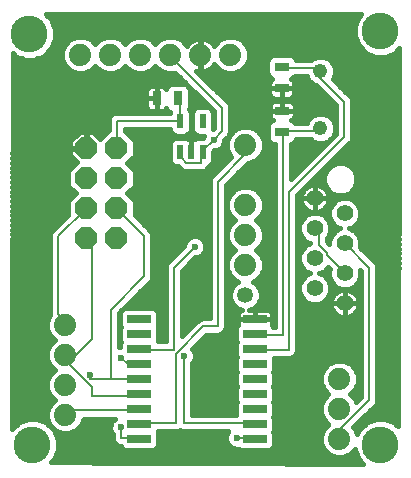
<source format=gtl>
G75*
%MOIN*%
%OFA0B0*%
%FSLAX24Y24*%
%IPPOS*%
%LPD*%
%AMOC8*
5,1,8,0,0,1.08239X$1,22.5*
%
%ADD10R,0.0472X0.0315*%
%ADD11C,0.0480*%
%ADD12R,0.0800X0.0260*%
%ADD13C,0.0740*%
%ADD14C,0.0531*%
%ADD15OC8,0.0740*%
%ADD16C,0.0560*%
%ADD17R,0.0217X0.0472*%
%ADD18R,0.0315X0.0472*%
%ADD19C,0.0059*%
%ADD20C,0.0236*%
%ADD21C,0.0160*%
%ADD22C,0.1227*%
D10*
X013410Y016236D03*
X013410Y016945D03*
X013400Y017686D03*
X013400Y018395D03*
D11*
X014690Y018250D03*
X014690Y016350D03*
D12*
X012510Y009990D03*
X012510Y009490D03*
X012510Y008990D03*
X012510Y008490D03*
X012510Y007990D03*
X012510Y007490D03*
X012510Y006990D03*
X012510Y006490D03*
X012510Y005990D03*
X008650Y005990D03*
X008650Y006490D03*
X008650Y006990D03*
X008650Y007490D03*
X008650Y007990D03*
X008650Y008490D03*
X008650Y008990D03*
X008650Y009490D03*
X008650Y009990D03*
D13*
X006190Y009800D03*
X006190Y008800D03*
X006190Y007800D03*
X006190Y006800D03*
X012190Y011800D03*
X012190Y012800D03*
X012190Y013800D03*
X012190Y015800D03*
X011690Y018800D03*
X010690Y018800D03*
X009690Y018800D03*
X008690Y018800D03*
X007690Y018800D03*
X006690Y018800D03*
X015320Y008000D03*
X015320Y007000D03*
X015320Y006000D03*
D14*
X012190Y010800D03*
D15*
X007890Y012690D03*
X007890Y013690D03*
X007890Y014690D03*
X007890Y015690D03*
X006890Y015690D03*
X006890Y014690D03*
X006890Y013690D03*
X006890Y012690D03*
D16*
X014500Y013020D03*
X014500Y014020D03*
X015500Y013520D03*
X015500Y012520D03*
X015500Y011520D03*
X015500Y010520D03*
X014500Y011020D03*
X014500Y012020D03*
D17*
X010764Y015569D03*
X010390Y015569D03*
X010015Y015569D03*
X010015Y016592D03*
X010764Y016592D03*
D18*
X009934Y017350D03*
X009225Y017350D03*
D19*
X009934Y017350D02*
X009940Y017310D01*
X010010Y017240D01*
X010010Y016610D01*
X010015Y016592D01*
X010010Y016610D02*
X007910Y016610D01*
X007910Y015700D01*
X007890Y015690D01*
X007890Y013690D02*
X008820Y012760D01*
X008820Y011430D01*
X007700Y010310D01*
X007700Y008000D01*
X008610Y008000D01*
X008650Y007990D01*
X008650Y008490D02*
X008260Y008490D01*
X008050Y008700D01*
X008650Y008990D02*
X008680Y008980D01*
X009800Y008980D01*
X009800Y011710D01*
X010500Y012410D01*
X011270Y014580D02*
X012180Y015490D01*
X012180Y015770D01*
X012190Y015800D01*
X011410Y016260D02*
X011410Y017030D01*
X009730Y018710D01*
X009730Y018780D01*
X009690Y018800D01*
X011410Y016260D02*
X011130Y015980D01*
X010780Y015630D01*
X010764Y015569D01*
X010710Y015560D01*
X010710Y015210D01*
X010220Y015210D01*
X010080Y015350D01*
X010080Y015560D01*
X010015Y015569D01*
X011270Y014580D02*
X011270Y009750D01*
X010780Y009750D01*
X009870Y008840D01*
X009870Y006530D01*
X008680Y006530D01*
X008650Y006490D01*
X008610Y006040D02*
X008650Y005990D01*
X008610Y006040D02*
X008050Y006040D01*
X008050Y006390D01*
X008610Y006950D02*
X008650Y006990D01*
X008610Y006950D02*
X006230Y006950D01*
X006230Y006810D01*
X006190Y006800D01*
X007070Y007440D02*
X007070Y007720D01*
X006300Y008490D01*
X006190Y008800D01*
X006230Y008770D01*
X006230Y008560D01*
X006300Y008490D01*
X006300Y008560D01*
X007070Y009330D01*
X007070Y012550D01*
X006930Y012690D01*
X006890Y012690D01*
X005950Y012760D02*
X006860Y013670D01*
X006890Y013690D01*
X005950Y012760D02*
X005950Y010170D01*
X006160Y009960D01*
X006160Y009820D01*
X006190Y009800D01*
X007000Y008140D02*
X007000Y008000D01*
X007700Y008000D01*
X007070Y007440D02*
X008610Y007440D01*
X008650Y007490D01*
X010150Y006530D02*
X010150Y008770D01*
X010150Y006530D02*
X012460Y006530D01*
X012510Y006490D01*
X012460Y006040D02*
X012510Y005990D01*
X012460Y006040D02*
X011900Y006040D01*
X012530Y008980D02*
X012510Y008990D01*
X012530Y008980D02*
X013650Y008980D01*
X013650Y014230D01*
X015470Y016050D01*
X015470Y017240D01*
X014630Y018080D01*
X014630Y018220D01*
X014690Y018250D01*
X014630Y018290D01*
X014630Y018360D01*
X013440Y018360D01*
X013400Y018395D01*
X013440Y016260D02*
X013410Y016236D01*
X013440Y016190D01*
X013440Y009470D01*
X012530Y009470D01*
X012510Y009490D01*
X014910Y012130D02*
X014910Y012200D01*
X014630Y012480D01*
X014630Y012900D01*
X014560Y012970D01*
X014500Y013020D01*
X014910Y012130D02*
X015470Y011570D01*
X015500Y011520D01*
X016310Y011710D02*
X015500Y012520D01*
X016310Y011710D02*
X016310Y007300D01*
X015330Y006320D01*
X015330Y006040D01*
X015320Y006000D01*
X015320Y007000D02*
X015330Y007020D01*
X014630Y016260D02*
X013440Y016260D01*
X014630Y016260D02*
X014630Y016330D01*
X014690Y016350D01*
D20*
X011130Y015980D03*
X010500Y012410D03*
X010150Y008770D03*
X008050Y008700D03*
X007000Y008140D03*
X008050Y006390D03*
X011900Y006040D03*
D21*
X011948Y005682D02*
X011974Y005657D01*
X012062Y005620D01*
X012957Y005620D01*
X013045Y005657D01*
X013113Y005725D01*
X013149Y005813D01*
X013149Y006168D01*
X013120Y006240D01*
X013149Y006313D01*
X013149Y006668D01*
X013120Y006740D01*
X013149Y006813D01*
X013149Y007168D01*
X013120Y007240D01*
X013149Y007313D01*
X013149Y007668D01*
X013120Y007740D01*
X013149Y007813D01*
X013149Y008168D01*
X013120Y008240D01*
X013149Y008313D01*
X013149Y008668D01*
X013132Y008711D01*
X013703Y008711D01*
X013802Y008752D01*
X013878Y008828D01*
X013919Y008927D01*
X013919Y014119D01*
X015622Y015822D01*
X015698Y015898D01*
X015739Y015997D01*
X015739Y017294D01*
X015698Y017393D01*
X015101Y017990D01*
X015169Y018155D01*
X015169Y018346D01*
X015096Y018522D01*
X014961Y018657D01*
X014785Y018730D01*
X014594Y018730D01*
X014418Y018657D01*
X014390Y018630D01*
X013863Y018630D01*
X013839Y018688D01*
X013772Y018756D01*
X013683Y018792D01*
X013116Y018792D01*
X013027Y018756D01*
X012960Y018688D01*
X012923Y018600D01*
X012923Y018190D01*
X012960Y018101D01*
X013027Y018034D01*
X013089Y018008D01*
X013053Y017988D01*
X013019Y017954D01*
X012996Y017913D01*
X012983Y017867D01*
X012983Y017686D01*
X012983Y017505D01*
X012996Y017459D01*
X013019Y017418D01*
X013053Y017385D01*
X013094Y017361D01*
X013140Y017349D01*
X013399Y017349D01*
X013399Y017686D01*
X012983Y017686D01*
X013399Y017686D01*
X013399Y017686D01*
X013400Y017686D01*
X013400Y017686D01*
X013816Y017686D01*
X013816Y017505D01*
X013803Y017459D01*
X013780Y017418D01*
X013746Y017385D01*
X013705Y017361D01*
X013659Y017349D01*
X013400Y017349D01*
X013400Y017686D01*
X013816Y017686D01*
X013816Y017867D01*
X013803Y017913D01*
X013780Y017954D01*
X013746Y017988D01*
X013710Y018008D01*
X013772Y018034D01*
X013829Y018091D01*
X014236Y018091D01*
X014283Y017979D01*
X014418Y017844D01*
X014533Y017796D01*
X015200Y017129D01*
X015200Y016162D01*
X013709Y014671D01*
X013709Y015845D01*
X013782Y015875D01*
X013849Y015943D01*
X013869Y015991D01*
X014370Y015991D01*
X014418Y015944D01*
X014594Y015870D01*
X014785Y015870D01*
X014961Y015944D01*
X015096Y016079D01*
X015169Y016255D01*
X015169Y016446D01*
X015096Y016622D01*
X014961Y016757D01*
X014785Y016830D01*
X014594Y016830D01*
X014418Y016757D01*
X014283Y016622D01*
X014244Y016530D01*
X013849Y016530D01*
X013782Y016597D01*
X013720Y016623D01*
X013756Y016643D01*
X013790Y016677D01*
X013813Y016718D01*
X013826Y016764D01*
X013826Y016945D01*
X013826Y017126D01*
X013813Y017172D01*
X013790Y017213D01*
X013756Y017246D01*
X013715Y017270D01*
X013669Y017282D01*
X013410Y017282D01*
X013410Y016945D01*
X013826Y016945D01*
X013410Y016945D01*
X013410Y016945D01*
X013409Y016945D01*
X013409Y016945D01*
X012993Y016945D01*
X012993Y017126D01*
X013006Y017172D01*
X013029Y017213D01*
X013063Y017246D01*
X013104Y017270D01*
X013150Y017282D01*
X013409Y017282D01*
X013409Y016945D01*
X012993Y016945D01*
X012993Y016764D01*
X013006Y016718D01*
X013029Y016677D01*
X013063Y016643D01*
X013099Y016623D01*
X013037Y016597D01*
X012970Y016530D01*
X012933Y016441D01*
X012933Y016031D01*
X012970Y015943D01*
X013037Y015875D01*
X013126Y015839D01*
X013170Y015839D01*
X013170Y009740D01*
X013120Y009740D01*
X013113Y009756D01*
X013077Y009792D01*
X013089Y009837D01*
X013089Y009990D01*
X012510Y009990D01*
X012510Y009991D01*
X012509Y009991D01*
X012509Y010300D01*
X012304Y010300D01*
X012476Y010372D01*
X012618Y010514D01*
X012695Y010700D01*
X012695Y010901D01*
X012618Y011087D01*
X012476Y011229D01*
X012440Y011244D01*
X012535Y011283D01*
X012707Y011455D01*
X012799Y011679D01*
X012799Y011922D01*
X012707Y012146D01*
X012552Y012300D01*
X012707Y012455D01*
X012799Y012679D01*
X012799Y012922D01*
X012707Y013146D01*
X012552Y013300D01*
X012707Y013455D01*
X012799Y013679D01*
X012799Y013922D01*
X012707Y014146D01*
X012535Y014318D01*
X012311Y014410D01*
X012068Y014410D01*
X011844Y014318D01*
X011672Y014146D01*
X011580Y013922D01*
X011580Y013679D01*
X011672Y013455D01*
X011827Y013300D01*
X011672Y013146D01*
X011580Y012922D01*
X011580Y012679D01*
X011672Y012455D01*
X011827Y012300D01*
X011672Y012146D01*
X011580Y011922D01*
X011580Y011679D01*
X011672Y011455D01*
X011844Y011283D01*
X011939Y011244D01*
X011903Y011229D01*
X011761Y011087D01*
X011684Y010901D01*
X011684Y010700D01*
X011761Y010514D01*
X011903Y010372D01*
X012079Y010299D01*
X012040Y010288D01*
X011999Y010265D01*
X011965Y010231D01*
X011942Y010190D01*
X011930Y010144D01*
X011930Y009991D01*
X012509Y009991D01*
X012509Y009990D01*
X011930Y009990D01*
X011930Y009837D01*
X011942Y009792D01*
X011906Y009756D01*
X011870Y009668D01*
X011870Y009313D01*
X011899Y009240D01*
X011870Y009168D01*
X011870Y008813D01*
X011899Y008740D01*
X011870Y008668D01*
X011870Y008313D01*
X011899Y008240D01*
X011870Y008168D01*
X011870Y007813D01*
X011899Y007740D01*
X011870Y007668D01*
X011870Y007313D01*
X011899Y007240D01*
X011870Y007168D01*
X011870Y006813D01*
X011875Y006800D01*
X010419Y006800D01*
X010419Y008534D01*
X010453Y008568D01*
X010508Y008699D01*
X010508Y008842D01*
X010453Y008973D01*
X010418Y009008D01*
X010891Y009481D01*
X011323Y009481D01*
X011422Y009522D01*
X011498Y009598D01*
X011539Y009697D01*
X011539Y014469D01*
X012261Y015190D01*
X012311Y015190D01*
X012535Y015283D01*
X012707Y015455D01*
X012799Y015679D01*
X012799Y015922D01*
X012707Y016146D01*
X012535Y016318D01*
X012311Y016410D01*
X012068Y016410D01*
X011844Y016318D01*
X011672Y016146D01*
X011580Y015922D01*
X011580Y015679D01*
X011672Y015455D01*
X011718Y015410D01*
X011041Y014733D01*
X011000Y014634D01*
X011000Y010020D01*
X010726Y010020D01*
X010627Y009979D01*
X010551Y009903D01*
X010069Y009421D01*
X010069Y011599D01*
X010523Y012052D01*
X010571Y012052D01*
X010702Y012107D01*
X010803Y012208D01*
X010858Y012339D01*
X010858Y012482D01*
X010803Y012613D01*
X010702Y012714D01*
X010571Y012769D01*
X010428Y012769D01*
X010297Y012714D01*
X010196Y012613D01*
X010141Y012482D01*
X010141Y012434D01*
X009571Y011863D01*
X009530Y011764D01*
X009530Y009250D01*
X009264Y009250D01*
X009289Y009313D01*
X009289Y009668D01*
X009260Y009740D01*
X009289Y009813D01*
X009289Y010168D01*
X009253Y010256D01*
X009185Y010324D01*
X009097Y010360D01*
X008202Y010360D01*
X008114Y010324D01*
X008046Y010256D01*
X008010Y010168D01*
X008010Y009813D01*
X008039Y009740D01*
X008010Y009668D01*
X008010Y009313D01*
X008039Y009240D01*
X008010Y009168D01*
X008010Y009059D01*
X007978Y009059D01*
X007969Y009055D01*
X007969Y010199D01*
X009048Y011278D01*
X009089Y011377D01*
X009089Y012814D01*
X009048Y012913D01*
X008972Y012989D01*
X008499Y013462D01*
X008499Y013943D01*
X008252Y014190D01*
X008499Y014438D01*
X008499Y014943D01*
X008252Y015190D01*
X008499Y015438D01*
X008499Y015943D01*
X008179Y016264D01*
X008179Y016341D01*
X009667Y016341D01*
X009667Y016308D01*
X009704Y016220D01*
X009771Y016153D01*
X009859Y016116D01*
X010171Y016116D01*
X010260Y016153D01*
X010327Y016220D01*
X010364Y016308D01*
X010364Y016876D01*
X010327Y016965D01*
X010300Y016992D01*
X010331Y017067D01*
X010331Y017634D01*
X010295Y017723D01*
X010227Y017790D01*
X010139Y017827D01*
X009729Y017827D01*
X009640Y017790D01*
X009573Y017723D01*
X009547Y017661D01*
X009527Y017697D01*
X009493Y017731D01*
X009452Y017754D01*
X009406Y017767D01*
X009225Y017767D01*
X009044Y017767D01*
X008998Y017754D01*
X008957Y017731D01*
X008924Y017697D01*
X008900Y017656D01*
X008888Y017610D01*
X008888Y017351D01*
X009225Y017351D01*
X009225Y017767D01*
X009225Y017351D01*
X009225Y017351D01*
X009225Y017350D01*
X009225Y017350D01*
X009225Y016934D01*
X009044Y016934D01*
X008998Y016947D01*
X008957Y016970D01*
X008924Y017004D01*
X008900Y017045D01*
X008888Y017091D01*
X008888Y017350D01*
X009225Y017350D01*
X009225Y016934D01*
X009406Y016934D01*
X009452Y016947D01*
X009493Y016970D01*
X009527Y017004D01*
X009547Y017040D01*
X009573Y016978D01*
X009640Y016911D01*
X009675Y016896D01*
X009669Y016880D01*
X007856Y016880D01*
X007757Y016839D01*
X007681Y016763D01*
X007640Y016664D01*
X007640Y016300D01*
X007637Y016300D01*
X007347Y016011D01*
X007117Y016240D01*
X006910Y016240D01*
X006910Y015711D01*
X006869Y015711D01*
X006869Y016240D01*
X006662Y016240D01*
X006340Y015918D01*
X006340Y015710D01*
X006869Y015710D01*
X006869Y015670D01*
X006339Y015670D01*
X006340Y015463D01*
X006569Y015233D01*
X006280Y014943D01*
X006280Y014438D01*
X006527Y014190D01*
X006280Y013943D01*
X006280Y013472D01*
X005797Y012989D01*
X005721Y012913D01*
X005680Y012814D01*
X005680Y010154D01*
X005672Y010146D01*
X005580Y009922D01*
X005580Y009679D01*
X005672Y009455D01*
X005827Y009300D01*
X005672Y009146D01*
X005580Y008922D01*
X005580Y008679D01*
X005672Y008455D01*
X005827Y008300D01*
X005672Y008146D01*
X005580Y007922D01*
X005580Y007679D01*
X005672Y007455D01*
X005827Y007300D01*
X005672Y007146D01*
X005580Y006922D01*
X005580Y006679D01*
X005672Y006455D01*
X005844Y006283D01*
X006068Y006190D01*
X006311Y006190D01*
X006535Y006283D01*
X006707Y006455D01*
X006799Y006679D01*
X006799Y006681D01*
X007834Y006681D01*
X007746Y006593D01*
X007691Y006462D01*
X007691Y006319D01*
X007746Y006188D01*
X007780Y006154D01*
X007780Y005987D01*
X007821Y005888D01*
X007897Y005812D01*
X007996Y005771D01*
X008027Y005771D01*
X008046Y005725D01*
X008114Y005657D01*
X008202Y005620D01*
X009097Y005620D01*
X009185Y005657D01*
X009253Y005725D01*
X009289Y005813D01*
X009289Y006168D01*
X009260Y006240D01*
X009268Y006261D01*
X009923Y006261D01*
X010010Y006297D01*
X010096Y006261D01*
X011614Y006261D01*
X011596Y006243D01*
X011541Y006112D01*
X011541Y005969D01*
X011596Y005838D01*
X011697Y005737D01*
X011828Y005682D01*
X011948Y005682D01*
X011811Y005690D02*
X009218Y005690D01*
X009289Y005848D02*
X011592Y005848D01*
X011541Y006007D02*
X009289Y006007D01*
X009289Y006165D02*
X011563Y006165D01*
X011870Y006958D02*
X010419Y006958D01*
X010419Y007116D02*
X011870Y007116D01*
X011885Y007275D02*
X010419Y007275D01*
X010419Y007433D02*
X011870Y007433D01*
X011870Y007592D02*
X010419Y007592D01*
X010419Y007750D02*
X011895Y007750D01*
X011870Y007909D02*
X010419Y007909D01*
X010419Y008067D02*
X011870Y008067D01*
X011893Y008226D02*
X010419Y008226D01*
X010419Y008384D02*
X011870Y008384D01*
X011870Y008543D02*
X010428Y008543D01*
X010508Y008701D02*
X011883Y008701D01*
X011870Y008860D02*
X010500Y008860D01*
X010428Y009018D02*
X011870Y009018D01*
X011873Y009177D02*
X010587Y009177D01*
X010745Y009335D02*
X011870Y009335D01*
X011870Y009494D02*
X011353Y009494D01*
X011520Y009652D02*
X011870Y009652D01*
X011937Y009811D02*
X011539Y009811D01*
X011539Y009969D02*
X011930Y009969D01*
X011930Y010128D02*
X011539Y010128D01*
X011539Y010286D02*
X012036Y010286D01*
X011830Y010445D02*
X011539Y010445D01*
X011539Y010603D02*
X011724Y010603D01*
X011684Y010762D02*
X011539Y010762D01*
X011539Y010920D02*
X011692Y010920D01*
X011757Y011079D02*
X011539Y011079D01*
X011539Y011237D02*
X011922Y011237D01*
X011732Y011396D02*
X011539Y011396D01*
X011539Y011554D02*
X011631Y011554D01*
X011580Y011713D02*
X011539Y011713D01*
X011539Y011871D02*
X011580Y011871D01*
X011539Y012030D02*
X011624Y012030D01*
X011539Y012188D02*
X011714Y012188D01*
X011781Y012347D02*
X011539Y012347D01*
X011539Y012505D02*
X011652Y012505D01*
X011586Y012664D02*
X011539Y012664D01*
X011539Y012822D02*
X011580Y012822D01*
X011604Y012981D02*
X011539Y012981D01*
X011539Y013139D02*
X011669Y013139D01*
X011539Y013298D02*
X011824Y013298D01*
X011672Y013456D02*
X011539Y013456D01*
X011539Y013615D02*
X011606Y013615D01*
X011580Y013773D02*
X011539Y013773D01*
X011539Y013932D02*
X011584Y013932D01*
X011539Y014090D02*
X011649Y014090D01*
X011539Y014249D02*
X011775Y014249D01*
X011539Y014407D02*
X012060Y014407D01*
X012319Y014407D02*
X013170Y014407D01*
X013170Y014249D02*
X012604Y014249D01*
X012730Y014090D02*
X013170Y014090D01*
X013170Y013932D02*
X012795Y013932D01*
X012799Y013773D02*
X013170Y013773D01*
X013170Y013615D02*
X012773Y013615D01*
X012707Y013456D02*
X013170Y013456D01*
X013170Y013298D02*
X012555Y013298D01*
X012710Y013139D02*
X013170Y013139D01*
X013170Y012981D02*
X012775Y012981D01*
X012799Y012822D02*
X013170Y012822D01*
X013170Y012664D02*
X012793Y012664D01*
X012727Y012505D02*
X013170Y012505D01*
X013170Y012347D02*
X012598Y012347D01*
X012665Y012188D02*
X013170Y012188D01*
X013170Y012030D02*
X012755Y012030D01*
X012799Y011871D02*
X013170Y011871D01*
X013170Y011713D02*
X012799Y011713D01*
X012748Y011554D02*
X013170Y011554D01*
X013170Y011396D02*
X012647Y011396D01*
X012457Y011237D02*
X013170Y011237D01*
X013170Y011079D02*
X012622Y011079D01*
X012687Y010920D02*
X013170Y010920D01*
X013170Y010762D02*
X012695Y010762D01*
X012655Y010603D02*
X013170Y010603D01*
X013170Y010445D02*
X012549Y010445D01*
X012510Y010300D02*
X012510Y009991D01*
X013089Y009991D01*
X013089Y010144D01*
X013077Y010190D01*
X013054Y010231D01*
X013020Y010265D01*
X012979Y010288D01*
X012933Y010300D01*
X012510Y010300D01*
X012509Y010286D02*
X012510Y010286D01*
X012509Y010128D02*
X012510Y010128D01*
X012983Y010286D02*
X013170Y010286D01*
X013170Y010128D02*
X013089Y010128D01*
X013089Y009969D02*
X013170Y009969D01*
X013170Y009811D02*
X013082Y009811D01*
X013919Y009811D02*
X016040Y009811D01*
X016040Y009969D02*
X013919Y009969D01*
X013919Y010128D02*
X015258Y010128D01*
X015258Y010127D02*
X015323Y010094D01*
X015392Y010072D01*
X015463Y010060D01*
X015499Y010060D01*
X015499Y010520D01*
X015040Y010520D01*
X015040Y010484D01*
X015051Y010413D01*
X015073Y010344D01*
X015106Y010279D01*
X015149Y010221D01*
X015200Y010170D01*
X015258Y010127D01*
X015103Y010286D02*
X013919Y010286D01*
X013919Y010445D02*
X015046Y010445D01*
X015039Y010521D02*
X015499Y010521D01*
X015499Y010980D01*
X015463Y010980D01*
X015392Y010969D01*
X015323Y010947D01*
X015258Y010914D01*
X015200Y010871D01*
X015149Y010820D01*
X015106Y010762D01*
X015073Y010697D01*
X015051Y010628D01*
X015040Y010557D01*
X015039Y010521D01*
X015047Y010603D02*
X014817Y010603D01*
X014794Y010580D02*
X014940Y010726D01*
X015019Y010917D01*
X015019Y011124D01*
X014940Y011315D01*
X014794Y011461D01*
X014651Y011520D01*
X014794Y011580D01*
X014937Y011722D01*
X014996Y011663D01*
X014980Y011624D01*
X014980Y011417D01*
X015059Y011226D01*
X015205Y011080D01*
X015396Y011000D01*
X015603Y011000D01*
X015794Y011080D01*
X015940Y011226D01*
X016019Y011417D01*
X016019Y011619D01*
X016040Y011599D01*
X016040Y007412D01*
X015877Y007249D01*
X015837Y007346D01*
X015682Y007500D01*
X015837Y007655D01*
X015929Y007879D01*
X015929Y008122D01*
X015837Y008346D01*
X015665Y008518D01*
X015441Y008610D01*
X015198Y008610D01*
X014974Y008518D01*
X014802Y008346D01*
X014710Y008122D01*
X014710Y007879D01*
X014802Y007655D01*
X014957Y007500D01*
X014802Y007346D01*
X014710Y007122D01*
X014710Y006879D01*
X014802Y006655D01*
X014957Y006500D01*
X014802Y006346D01*
X014710Y006122D01*
X014710Y005879D01*
X014802Y005655D01*
X014974Y005483D01*
X015198Y005390D01*
X015441Y005390D01*
X015665Y005483D01*
X015836Y005654D01*
X015836Y005631D01*
X015966Y005317D01*
X016124Y005159D01*
X005718Y005222D01*
X005813Y005317D01*
X005943Y005631D01*
X005943Y005970D01*
X005813Y006284D01*
X005573Y006524D01*
X005259Y006654D01*
X004920Y006654D01*
X004606Y006524D01*
X004415Y006333D01*
X004428Y018855D01*
X004506Y018777D01*
X004820Y018647D01*
X005159Y018647D01*
X005473Y018777D01*
X005713Y019017D01*
X005843Y019331D01*
X005843Y019670D01*
X005713Y019984D01*
X005533Y020164D01*
X016040Y020158D01*
X015966Y020084D01*
X015836Y019770D01*
X015836Y019431D01*
X015966Y019117D01*
X016206Y018877D01*
X016520Y018747D01*
X016859Y018747D01*
X017173Y018877D01*
X017315Y019019D01*
X017274Y006422D01*
X017173Y006524D01*
X016859Y006654D01*
X016520Y006654D01*
X016206Y006524D01*
X015966Y006284D01*
X015914Y006159D01*
X015837Y006346D01*
X015786Y006396D01*
X016538Y007148D01*
X016579Y007247D01*
X016579Y011764D01*
X016538Y011863D01*
X016462Y011939D01*
X016009Y012392D01*
X016019Y012417D01*
X016019Y012624D01*
X015940Y012815D01*
X015794Y012961D01*
X015651Y013020D01*
X015794Y013080D01*
X015940Y013226D01*
X016019Y013417D01*
X016019Y013624D01*
X015940Y013815D01*
X015794Y013961D01*
X015603Y014040D01*
X015396Y014040D01*
X015205Y013961D01*
X015059Y013815D01*
X014980Y013624D01*
X014980Y013417D01*
X015059Y013226D01*
X015205Y013080D01*
X015348Y013020D01*
X015205Y012961D01*
X015059Y012815D01*
X014980Y012624D01*
X014980Y012512D01*
X014899Y012592D01*
X014899Y012685D01*
X014940Y012726D01*
X015019Y012917D01*
X015019Y013124D01*
X014940Y013315D01*
X014794Y013461D01*
X014603Y013540D01*
X014396Y013540D01*
X014205Y013461D01*
X014059Y013315D01*
X013980Y013124D01*
X013980Y012917D01*
X014059Y012726D01*
X014205Y012580D01*
X014348Y012520D01*
X014205Y012461D01*
X014059Y012315D01*
X013980Y012124D01*
X013980Y011917D01*
X014059Y011726D01*
X014205Y011580D01*
X014348Y011520D01*
X014205Y011461D01*
X014059Y011315D01*
X013980Y011124D01*
X013980Y010917D01*
X014059Y010726D01*
X014205Y010580D01*
X014396Y010500D01*
X014603Y010500D01*
X014794Y010580D01*
X014955Y010762D02*
X015106Y010762D01*
X015019Y010920D02*
X015270Y010920D01*
X015208Y011079D02*
X015019Y011079D01*
X015054Y011237D02*
X014973Y011237D01*
X014988Y011396D02*
X014860Y011396D01*
X014980Y011554D02*
X014732Y011554D01*
X014927Y011713D02*
X014946Y011713D01*
X015500Y010980D02*
X015500Y010521D01*
X015499Y010521D01*
X015499Y010520D01*
X015500Y010520D01*
X015500Y010521D01*
X015959Y010521D01*
X015959Y010557D01*
X015948Y010628D01*
X015926Y010697D01*
X015893Y010762D01*
X015850Y010820D01*
X015799Y010871D01*
X015741Y010914D01*
X015676Y010947D01*
X015607Y010969D01*
X015536Y010980D01*
X015500Y010980D01*
X015499Y010920D02*
X015500Y010920D01*
X015499Y010762D02*
X015500Y010762D01*
X015499Y010603D02*
X015500Y010603D01*
X015500Y010520D02*
X015959Y010520D01*
X015959Y010484D01*
X015948Y010413D01*
X015926Y010344D01*
X015893Y010279D01*
X015850Y010221D01*
X015799Y010170D01*
X015741Y010127D01*
X015676Y010094D01*
X015607Y010072D01*
X015536Y010060D01*
X015500Y010060D01*
X015500Y010520D01*
X015499Y010445D02*
X015500Y010445D01*
X015499Y010286D02*
X015500Y010286D01*
X015499Y010128D02*
X015500Y010128D01*
X015741Y010128D02*
X016040Y010128D01*
X016040Y010286D02*
X015896Y010286D01*
X015953Y010445D02*
X016040Y010445D01*
X016040Y010603D02*
X015952Y010603D01*
X015893Y010762D02*
X016040Y010762D01*
X016040Y010920D02*
X015729Y010920D01*
X015791Y011079D02*
X016040Y011079D01*
X016040Y011237D02*
X015945Y011237D01*
X016011Y011396D02*
X016040Y011396D01*
X016040Y011554D02*
X016019Y011554D01*
X016372Y012030D02*
X017293Y012030D01*
X017293Y012188D02*
X016213Y012188D01*
X016055Y012347D02*
X017294Y012347D01*
X017294Y012505D02*
X016019Y012505D01*
X016003Y012664D02*
X017295Y012664D01*
X017295Y012822D02*
X015933Y012822D01*
X015748Y012981D02*
X017296Y012981D01*
X017296Y013139D02*
X015853Y013139D01*
X015970Y013298D02*
X017297Y013298D01*
X017297Y013456D02*
X016019Y013456D01*
X016019Y013615D02*
X017298Y013615D01*
X017298Y013773D02*
X015958Y013773D01*
X015824Y013932D02*
X017299Y013932D01*
X017299Y014090D02*
X014954Y014090D01*
X014959Y014057D02*
X014948Y014128D01*
X014926Y014197D01*
X014893Y014262D01*
X014850Y014320D01*
X014799Y014371D01*
X014741Y014414D01*
X014676Y014447D01*
X014607Y014469D01*
X014536Y014480D01*
X014500Y014480D01*
X014500Y014021D01*
X014499Y014021D01*
X014499Y014480D01*
X014463Y014480D01*
X014392Y014469D01*
X014323Y014447D01*
X014258Y014414D01*
X014200Y014371D01*
X014149Y014320D01*
X014106Y014262D01*
X014073Y014197D01*
X014051Y014128D01*
X014040Y014057D01*
X014039Y014021D01*
X014499Y014021D01*
X014499Y014020D01*
X014040Y014020D01*
X014040Y013984D01*
X014051Y013913D01*
X014073Y013844D01*
X014106Y013779D01*
X014149Y013721D01*
X014200Y013670D01*
X014258Y013627D01*
X014323Y013594D01*
X014392Y013572D01*
X014463Y013560D01*
X014499Y013560D01*
X014499Y014020D01*
X014500Y014020D01*
X014500Y014021D01*
X014959Y014021D01*
X014959Y014057D01*
X014959Y014020D02*
X014500Y014020D01*
X014500Y013560D01*
X014536Y013560D01*
X014607Y013572D01*
X014676Y013594D01*
X014741Y013627D01*
X014799Y013670D01*
X014850Y013721D01*
X014893Y013779D01*
X014926Y013844D01*
X014948Y013913D01*
X014959Y013984D01*
X014959Y014020D01*
X014951Y013932D02*
X015175Y013932D01*
X015249Y014123D02*
X015053Y014205D01*
X014902Y014355D01*
X014821Y014552D01*
X014821Y014765D01*
X014902Y014962D01*
X015053Y015112D01*
X015249Y015194D01*
X015462Y015194D01*
X015659Y015112D01*
X015810Y014962D01*
X015891Y014765D01*
X015891Y014552D01*
X015810Y014355D01*
X015659Y014205D01*
X015462Y014123D01*
X015249Y014123D01*
X015009Y014249D02*
X014900Y014249D01*
X014881Y014407D02*
X014750Y014407D01*
X014821Y014566D02*
X014366Y014566D01*
X014249Y014407D02*
X014207Y014407D01*
X014099Y014249D02*
X014049Y014249D01*
X014045Y014090D02*
X013919Y014090D01*
X013919Y013932D02*
X014048Y013932D01*
X014111Y013773D02*
X013919Y013773D01*
X013919Y013615D02*
X014283Y013615D01*
X014200Y013456D02*
X013919Y013456D01*
X013919Y013298D02*
X014051Y013298D01*
X013986Y013139D02*
X013919Y013139D01*
X013919Y012981D02*
X013980Y012981D01*
X014019Y012822D02*
X013919Y012822D01*
X013919Y012664D02*
X014121Y012664D01*
X014310Y012505D02*
X013919Y012505D01*
X013919Y012347D02*
X014090Y012347D01*
X014006Y012188D02*
X013919Y012188D01*
X013919Y012030D02*
X013980Y012030D01*
X013999Y011871D02*
X013919Y011871D01*
X013919Y011713D02*
X014072Y011713D01*
X013919Y011554D02*
X014267Y011554D01*
X014139Y011396D02*
X013919Y011396D01*
X013919Y011237D02*
X014026Y011237D01*
X013980Y011079D02*
X013919Y011079D01*
X013919Y010920D02*
X013980Y010920D01*
X013919Y010762D02*
X014044Y010762D01*
X013919Y010603D02*
X014182Y010603D01*
X013919Y009652D02*
X016040Y009652D01*
X016040Y009494D02*
X013919Y009494D01*
X013919Y009335D02*
X016040Y009335D01*
X016040Y009177D02*
X013919Y009177D01*
X013919Y009018D02*
X016040Y009018D01*
X016040Y008860D02*
X013891Y008860D01*
X013136Y008701D02*
X016040Y008701D01*
X016040Y008543D02*
X015605Y008543D01*
X015799Y008384D02*
X016040Y008384D01*
X016040Y008226D02*
X015887Y008226D01*
X015929Y008067D02*
X016040Y008067D01*
X016040Y007909D02*
X015929Y007909D01*
X015876Y007750D02*
X016040Y007750D01*
X016040Y007592D02*
X015773Y007592D01*
X015750Y007433D02*
X016040Y007433D01*
X015902Y007275D02*
X015866Y007275D01*
X016189Y006799D02*
X017276Y006799D01*
X017275Y006641D02*
X016892Y006641D01*
X017215Y006482D02*
X017275Y006482D01*
X017276Y006958D02*
X016348Y006958D01*
X016506Y007116D02*
X017277Y007116D01*
X017277Y007275D02*
X016579Y007275D01*
X016579Y007433D02*
X017278Y007433D01*
X017278Y007592D02*
X016579Y007592D01*
X016579Y007750D02*
X017279Y007750D01*
X017279Y007909D02*
X016579Y007909D01*
X016579Y008067D02*
X017280Y008067D01*
X017280Y008226D02*
X016579Y008226D01*
X016579Y008384D02*
X017281Y008384D01*
X017281Y008543D02*
X016579Y008543D01*
X016579Y008701D02*
X017282Y008701D01*
X017282Y008860D02*
X016579Y008860D01*
X016579Y009018D02*
X017283Y009018D01*
X017283Y009177D02*
X016579Y009177D01*
X016579Y009335D02*
X017284Y009335D01*
X017284Y009494D02*
X016579Y009494D01*
X016579Y009652D02*
X017285Y009652D01*
X017285Y009811D02*
X016579Y009811D01*
X016579Y009969D02*
X017286Y009969D01*
X017286Y010128D02*
X016579Y010128D01*
X016579Y010286D02*
X017287Y010286D01*
X017287Y010445D02*
X016579Y010445D01*
X016579Y010603D02*
X017288Y010603D01*
X017288Y010762D02*
X016579Y010762D01*
X016579Y010920D02*
X017289Y010920D01*
X017289Y011079D02*
X016579Y011079D01*
X016579Y011237D02*
X017290Y011237D01*
X017291Y011396D02*
X016579Y011396D01*
X016579Y011554D02*
X017291Y011554D01*
X017292Y011713D02*
X016579Y011713D01*
X016530Y011871D02*
X017292Y011871D01*
X015251Y012981D02*
X015019Y012981D01*
X015013Y013139D02*
X015146Y013139D01*
X015029Y013298D02*
X014948Y013298D01*
X014980Y013456D02*
X014799Y013456D01*
X014716Y013615D02*
X014980Y013615D01*
X015041Y013773D02*
X014888Y013773D01*
X014500Y013773D02*
X014499Y013773D01*
X014499Y013615D02*
X014500Y013615D01*
X014499Y013932D02*
X014500Y013932D01*
X014499Y014090D02*
X014500Y014090D01*
X014499Y014249D02*
X014500Y014249D01*
X014499Y014407D02*
X014500Y014407D01*
X014524Y014724D02*
X014821Y014724D01*
X014869Y014883D02*
X014683Y014883D01*
X014841Y015041D02*
X014982Y015041D01*
X015000Y015200D02*
X017303Y015200D01*
X017303Y015358D02*
X015158Y015358D01*
X015317Y015517D02*
X017304Y015517D01*
X017304Y015675D02*
X015475Y015675D01*
X015634Y015834D02*
X017305Y015834D01*
X017305Y015992D02*
X015737Y015992D01*
X015739Y016151D02*
X017306Y016151D01*
X017306Y016309D02*
X015739Y016309D01*
X015739Y016468D02*
X017307Y016468D01*
X017307Y016626D02*
X015739Y016626D01*
X015739Y016785D02*
X017308Y016785D01*
X017308Y016943D02*
X015739Y016943D01*
X015739Y017102D02*
X017309Y017102D01*
X017309Y017260D02*
X015739Y017260D01*
X015673Y017419D02*
X017310Y017419D01*
X017310Y017577D02*
X015514Y017577D01*
X015356Y017736D02*
X017311Y017736D01*
X017311Y017894D02*
X015197Y017894D01*
X015127Y018053D02*
X017312Y018053D01*
X017313Y018211D02*
X015169Y018211D01*
X015160Y018370D02*
X017313Y018370D01*
X017314Y018528D02*
X015091Y018528D01*
X014891Y018687D02*
X017314Y018687D01*
X017315Y018845D02*
X017096Y018845D01*
X017299Y019004D02*
X017315Y019004D01*
X016283Y018845D02*
X012299Y018845D01*
X012299Y018922D02*
X012299Y018679D01*
X012207Y018455D01*
X012035Y018283D01*
X011811Y018190D01*
X011568Y018190D01*
X011344Y018283D01*
X011172Y018455D01*
X011153Y018502D01*
X011109Y018442D01*
X011048Y018381D01*
X010978Y018330D01*
X010901Y018291D01*
X010818Y018264D01*
X010733Y018250D01*
X010710Y018250D01*
X010710Y018780D01*
X010669Y018780D01*
X010669Y018250D01*
X010646Y018250D01*
X010561Y018264D01*
X010555Y018266D01*
X011638Y017183D01*
X011679Y017084D01*
X011679Y016207D01*
X011638Y016108D01*
X011488Y015957D01*
X011488Y015909D01*
X011433Y015778D01*
X011332Y015677D01*
X011201Y015622D01*
X011153Y015622D01*
X011112Y015582D01*
X011112Y015285D01*
X011075Y015196D01*
X011008Y015129D01*
X010959Y015109D01*
X010938Y015058D01*
X010862Y014982D01*
X010763Y014941D01*
X010166Y014941D01*
X010067Y014982D01*
X009991Y015058D01*
X009956Y015092D01*
X009859Y015092D01*
X009771Y015129D01*
X009704Y015196D01*
X009667Y015285D01*
X009667Y015853D01*
X009704Y015941D01*
X009771Y016008D01*
X009859Y016045D01*
X010171Y016045D01*
X010260Y016008D01*
X010283Y015985D01*
X010389Y015985D01*
X010389Y015569D01*
X010390Y015569D01*
X010390Y015985D01*
X010496Y015985D01*
X010519Y016008D01*
X010608Y016045D01*
X010771Y016045D01*
X010771Y016052D01*
X010798Y016116D01*
X010608Y016116D01*
X010519Y016153D01*
X010452Y016220D01*
X010415Y016308D01*
X010415Y016876D01*
X010452Y016965D01*
X010519Y017032D01*
X010608Y017069D01*
X010920Y017069D01*
X011008Y017032D01*
X011075Y016965D01*
X011112Y016876D01*
X011112Y016344D01*
X011140Y016372D01*
X011140Y016919D01*
X009851Y018207D01*
X009811Y018190D01*
X009568Y018190D01*
X009344Y018283D01*
X009190Y018438D01*
X009035Y018283D01*
X008811Y018190D01*
X008568Y018190D01*
X008344Y018283D01*
X008190Y018438D01*
X008035Y018283D01*
X007811Y018190D01*
X007568Y018190D01*
X007344Y018283D01*
X007190Y018438D01*
X007035Y018283D01*
X006811Y018190D01*
X006568Y018190D01*
X006344Y018283D01*
X006172Y018455D01*
X006080Y018679D01*
X006080Y018922D01*
X006172Y019146D01*
X006344Y019318D01*
X006568Y019410D01*
X006811Y019410D01*
X007035Y019318D01*
X007190Y019163D01*
X007344Y019318D01*
X007568Y019410D01*
X007811Y019410D01*
X008035Y019318D01*
X008190Y019163D01*
X008344Y019318D01*
X008568Y019410D01*
X008811Y019410D01*
X009035Y019318D01*
X009190Y019163D01*
X009344Y019318D01*
X009568Y019410D01*
X009811Y019410D01*
X010035Y019318D01*
X010207Y019146D01*
X010226Y019099D01*
X010270Y019159D01*
X010331Y019220D01*
X010401Y019271D01*
X010478Y019310D01*
X010561Y019337D01*
X010646Y019350D01*
X010669Y019350D01*
X010669Y018821D01*
X010710Y018821D01*
X010710Y019350D01*
X010733Y019350D01*
X010818Y019337D01*
X010901Y019310D01*
X010978Y019271D01*
X011048Y019220D01*
X011109Y019159D01*
X011153Y019099D01*
X011172Y019146D01*
X011344Y019318D01*
X011568Y019410D01*
X011811Y019410D01*
X012035Y019318D01*
X012207Y019146D01*
X012299Y018922D01*
X012266Y019004D02*
X016080Y019004D01*
X015947Y019162D02*
X012191Y019162D01*
X012028Y019321D02*
X015882Y019321D01*
X015836Y019479D02*
X005843Y019479D01*
X005839Y019321D02*
X006351Y019321D01*
X006188Y019162D02*
X005773Y019162D01*
X005699Y019004D02*
X006113Y019004D01*
X006080Y018845D02*
X005541Y018845D01*
X005254Y018687D02*
X006080Y018687D01*
X006142Y018528D02*
X004428Y018528D01*
X004427Y018370D02*
X006258Y018370D01*
X006519Y018211D02*
X004427Y018211D01*
X004427Y018053D02*
X010006Y018053D01*
X010165Y017894D02*
X004427Y017894D01*
X004427Y017736D02*
X008965Y017736D01*
X008888Y017577D02*
X004427Y017577D01*
X004426Y017419D02*
X008888Y017419D01*
X008888Y017260D02*
X004426Y017260D01*
X004426Y017102D02*
X008888Y017102D01*
X009011Y016943D02*
X004426Y016943D01*
X004426Y016785D02*
X007702Y016785D01*
X007640Y016626D02*
X004426Y016626D01*
X004425Y016468D02*
X007640Y016468D01*
X007640Y016309D02*
X004425Y016309D01*
X004425Y016151D02*
X006572Y016151D01*
X006413Y015992D02*
X004425Y015992D01*
X004425Y015834D02*
X006340Y015834D01*
X006339Y015517D02*
X004424Y015517D01*
X004425Y015675D02*
X006869Y015675D01*
X006869Y015834D02*
X006910Y015834D01*
X006910Y015992D02*
X006869Y015992D01*
X006869Y016151D02*
X006910Y016151D01*
X007207Y016151D02*
X007487Y016151D01*
X008179Y016309D02*
X009667Y016309D01*
X009776Y016151D02*
X008292Y016151D01*
X008451Y015992D02*
X009755Y015992D01*
X009667Y015834D02*
X008499Y015834D01*
X008499Y015675D02*
X009667Y015675D01*
X009667Y015517D02*
X008499Y015517D01*
X008420Y015358D02*
X009667Y015358D01*
X009702Y015200D02*
X008261Y015200D01*
X008402Y015041D02*
X010008Y015041D01*
X010389Y015675D02*
X010390Y015675D01*
X010389Y015834D02*
X010390Y015834D01*
X010276Y015992D02*
X010503Y015992D01*
X010524Y016151D02*
X010255Y016151D01*
X010364Y016309D02*
X010415Y016309D01*
X010415Y016468D02*
X010364Y016468D01*
X010364Y016626D02*
X010415Y016626D01*
X010415Y016785D02*
X010364Y016785D01*
X010336Y016943D02*
X010443Y016943D01*
X010331Y017102D02*
X010957Y017102D01*
X011084Y016943D02*
X011116Y016943D01*
X011112Y016785D02*
X011140Y016785D01*
X011140Y016626D02*
X011112Y016626D01*
X011112Y016468D02*
X011140Y016468D01*
X011522Y015992D02*
X011609Y015992D01*
X011580Y015834D02*
X011456Y015834D01*
X011581Y015675D02*
X011328Y015675D01*
X011112Y015517D02*
X011647Y015517D01*
X011666Y015358D02*
X011112Y015358D01*
X011077Y015200D02*
X011507Y015200D01*
X011349Y015041D02*
X010921Y015041D01*
X011190Y014883D02*
X008499Y014883D01*
X008499Y014724D02*
X011037Y014724D01*
X011000Y014566D02*
X008499Y014566D01*
X008469Y014407D02*
X011000Y014407D01*
X011000Y014249D02*
X008310Y014249D01*
X008353Y014090D02*
X011000Y014090D01*
X011000Y013932D02*
X008499Y013932D01*
X008499Y013773D02*
X011000Y013773D01*
X011000Y013615D02*
X008499Y013615D01*
X008505Y013456D02*
X011000Y013456D01*
X011000Y013298D02*
X008664Y013298D01*
X008822Y013139D02*
X011000Y013139D01*
X011000Y012981D02*
X008981Y012981D01*
X008972Y012989D02*
X008972Y012989D01*
X009086Y012822D02*
X011000Y012822D01*
X011000Y012664D02*
X010753Y012664D01*
X010848Y012505D02*
X011000Y012505D01*
X011000Y012347D02*
X010858Y012347D01*
X010783Y012188D02*
X011000Y012188D01*
X011000Y012030D02*
X010500Y012030D01*
X010341Y011871D02*
X011000Y011871D01*
X011000Y011713D02*
X010183Y011713D01*
X010069Y011554D02*
X011000Y011554D01*
X011000Y011396D02*
X010069Y011396D01*
X010069Y011237D02*
X011000Y011237D01*
X011000Y011079D02*
X010069Y011079D01*
X010069Y010920D02*
X011000Y010920D01*
X011000Y010762D02*
X010069Y010762D01*
X010069Y010603D02*
X011000Y010603D01*
X011000Y010445D02*
X010069Y010445D01*
X010069Y010286D02*
X011000Y010286D01*
X011000Y010128D02*
X010069Y010128D01*
X010069Y009969D02*
X010617Y009969D01*
X010458Y009811D02*
X010069Y009811D01*
X010069Y009652D02*
X010300Y009652D01*
X010141Y009494D02*
X010069Y009494D01*
X009530Y009494D02*
X009289Y009494D01*
X009289Y009652D02*
X009530Y009652D01*
X009530Y009811D02*
X009289Y009811D01*
X009289Y009969D02*
X009530Y009969D01*
X009530Y010128D02*
X009289Y010128D01*
X009223Y010286D02*
X009530Y010286D01*
X009530Y010445D02*
X008215Y010445D01*
X008076Y010286D02*
X008056Y010286D01*
X008010Y010128D02*
X007969Y010128D01*
X007969Y009969D02*
X008010Y009969D01*
X008010Y009811D02*
X007969Y009811D01*
X007969Y009652D02*
X008010Y009652D01*
X008010Y009494D02*
X007969Y009494D01*
X007969Y009335D02*
X008010Y009335D01*
X008013Y009177D02*
X007969Y009177D01*
X009289Y009335D02*
X009530Y009335D01*
X009530Y010603D02*
X008373Y010603D01*
X008532Y010762D02*
X009530Y010762D01*
X009530Y010920D02*
X008690Y010920D01*
X008849Y011079D02*
X009530Y011079D01*
X009530Y011237D02*
X009007Y011237D01*
X009089Y011396D02*
X009530Y011396D01*
X009530Y011554D02*
X009089Y011554D01*
X009089Y011713D02*
X009530Y011713D01*
X009579Y011871D02*
X009089Y011871D01*
X009089Y012030D02*
X009737Y012030D01*
X009896Y012188D02*
X009089Y012188D01*
X009089Y012347D02*
X010054Y012347D01*
X010151Y012505D02*
X009089Y012505D01*
X009089Y012664D02*
X010246Y012664D01*
X011636Y014566D02*
X013170Y014566D01*
X013170Y014724D02*
X011794Y014724D01*
X011953Y014883D02*
X013170Y014883D01*
X013170Y015041D02*
X012111Y015041D01*
X012333Y015200D02*
X013170Y015200D01*
X013170Y015358D02*
X012610Y015358D01*
X012732Y015517D02*
X013170Y015517D01*
X013170Y015675D02*
X012798Y015675D01*
X012799Y015834D02*
X013170Y015834D01*
X012949Y015992D02*
X012770Y015992D01*
X012702Y016151D02*
X012933Y016151D01*
X012933Y016309D02*
X012544Y016309D01*
X012944Y016468D02*
X011679Y016468D01*
X011679Y016626D02*
X013093Y016626D01*
X012993Y016785D02*
X011679Y016785D01*
X011679Y016943D02*
X012993Y016943D01*
X012993Y017102D02*
X011672Y017102D01*
X011561Y017260D02*
X013086Y017260D01*
X013019Y017419D02*
X011403Y017419D01*
X011244Y017577D02*
X012983Y017577D01*
X012983Y017736D02*
X011086Y017736D01*
X010927Y017894D02*
X012990Y017894D01*
X013009Y018053D02*
X010769Y018053D01*
X010610Y018211D02*
X011519Y018211D01*
X011258Y018370D02*
X011032Y018370D01*
X010710Y018370D02*
X010669Y018370D01*
X010669Y018528D02*
X010710Y018528D01*
X010710Y018687D02*
X010669Y018687D01*
X010669Y018845D02*
X010710Y018845D01*
X010710Y019004D02*
X010669Y019004D01*
X010669Y019162D02*
X010710Y019162D01*
X010710Y019321D02*
X010669Y019321D01*
X010510Y019321D02*
X010028Y019321D01*
X010191Y019162D02*
X010273Y019162D01*
X010869Y019321D02*
X011351Y019321D01*
X011188Y019162D02*
X011106Y019162D01*
X011860Y018211D02*
X012923Y018211D01*
X012923Y018370D02*
X012121Y018370D01*
X012237Y018528D02*
X012923Y018528D01*
X012959Y018687D02*
X012299Y018687D01*
X013399Y017577D02*
X013400Y017577D01*
X013399Y017419D02*
X013400Y017419D01*
X013409Y017260D02*
X013410Y017260D01*
X013409Y017102D02*
X013410Y017102D01*
X013733Y017260D02*
X015069Y017260D01*
X015200Y017102D02*
X013826Y017102D01*
X013826Y016943D02*
X015200Y016943D01*
X015200Y016785D02*
X014896Y016785D01*
X015093Y016626D02*
X015200Y016626D01*
X015200Y016468D02*
X015161Y016468D01*
X015169Y016309D02*
X015200Y016309D01*
X015188Y016151D02*
X015126Y016151D01*
X015030Y015992D02*
X015010Y015992D01*
X014871Y015834D02*
X013709Y015834D01*
X013709Y015675D02*
X014713Y015675D01*
X014554Y015517D02*
X013709Y015517D01*
X013709Y015358D02*
X014396Y015358D01*
X014237Y015200D02*
X013709Y015200D01*
X013709Y015041D02*
X014079Y015041D01*
X013920Y014883D02*
X013709Y014883D01*
X013709Y014724D02*
X013762Y014724D01*
X013726Y016626D02*
X014286Y016626D01*
X014483Y016785D02*
X013826Y016785D01*
X013780Y017419D02*
X014910Y017419D01*
X014752Y017577D02*
X013816Y017577D01*
X013816Y017736D02*
X014593Y017736D01*
X014367Y017894D02*
X013809Y017894D01*
X013790Y018053D02*
X014252Y018053D01*
X014488Y018687D02*
X013840Y018687D01*
X015836Y019638D02*
X005843Y019638D01*
X005791Y019796D02*
X015847Y019796D01*
X015912Y019955D02*
X005725Y019955D01*
X005584Y020113D02*
X015995Y020113D01*
X011835Y016309D02*
X011679Y016309D01*
X011677Y016151D02*
X011656Y016151D01*
X010799Y017260D02*
X010331Y017260D01*
X010331Y017419D02*
X010640Y017419D01*
X010482Y017577D02*
X010331Y017577D01*
X010323Y017736D02*
X010282Y017736D01*
X009586Y017736D02*
X009485Y017736D01*
X009225Y017736D02*
X009225Y017736D01*
X009225Y017577D02*
X009225Y017577D01*
X009225Y017419D02*
X009225Y017419D01*
X009225Y017260D02*
X009225Y017260D01*
X009225Y017102D02*
X009225Y017102D01*
X009225Y016943D02*
X009225Y016943D01*
X009439Y016943D02*
X009608Y016943D01*
X009519Y018211D02*
X008860Y018211D01*
X009121Y018370D02*
X009258Y018370D01*
X008519Y018211D02*
X007860Y018211D01*
X007519Y018211D02*
X006860Y018211D01*
X007121Y018370D02*
X007258Y018370D01*
X008121Y018370D02*
X008258Y018370D01*
X008351Y019321D02*
X008028Y019321D01*
X007351Y019321D02*
X007028Y019321D01*
X009028Y019321D02*
X009351Y019321D01*
X006444Y015358D02*
X004424Y015358D01*
X004424Y015200D02*
X006536Y015200D01*
X006377Y015041D02*
X004424Y015041D01*
X004424Y014883D02*
X006280Y014883D01*
X006280Y014724D02*
X004424Y014724D01*
X004424Y014566D02*
X006280Y014566D01*
X006310Y014407D02*
X004423Y014407D01*
X004423Y014249D02*
X006469Y014249D01*
X006426Y014090D02*
X004423Y014090D01*
X004423Y013932D02*
X006280Y013932D01*
X006280Y013773D02*
X004423Y013773D01*
X004423Y013615D02*
X006280Y013615D01*
X006264Y013456D02*
X004422Y013456D01*
X004422Y013298D02*
X006105Y013298D01*
X005947Y013139D02*
X004422Y013139D01*
X004422Y012981D02*
X005788Y012981D01*
X005683Y012822D02*
X004422Y012822D01*
X004422Y012664D02*
X005680Y012664D01*
X005680Y012505D02*
X004421Y012505D01*
X004421Y012347D02*
X005680Y012347D01*
X005680Y012188D02*
X004421Y012188D01*
X004421Y012030D02*
X005680Y012030D01*
X005680Y011871D02*
X004421Y011871D01*
X004421Y011713D02*
X005680Y011713D01*
X005680Y011554D02*
X004420Y011554D01*
X004420Y011396D02*
X005680Y011396D01*
X005680Y011237D02*
X004420Y011237D01*
X004420Y011079D02*
X005680Y011079D01*
X005680Y010920D02*
X004420Y010920D01*
X004420Y010762D02*
X005680Y010762D01*
X005680Y010603D02*
X004419Y010603D01*
X004419Y010445D02*
X005680Y010445D01*
X005680Y010286D02*
X004419Y010286D01*
X004419Y010128D02*
X005665Y010128D01*
X005599Y009969D02*
X004419Y009969D01*
X004419Y009811D02*
X005580Y009811D01*
X005591Y009652D02*
X004418Y009652D01*
X004418Y009494D02*
X005656Y009494D01*
X005792Y009335D02*
X004418Y009335D01*
X004418Y009177D02*
X005703Y009177D01*
X005619Y009018D02*
X004418Y009018D01*
X004418Y008860D02*
X005580Y008860D01*
X005580Y008701D02*
X004418Y008701D01*
X004417Y008543D02*
X005636Y008543D01*
X005743Y008384D02*
X004417Y008384D01*
X004417Y008226D02*
X005752Y008226D01*
X005640Y008067D02*
X004417Y008067D01*
X004417Y007909D02*
X005580Y007909D01*
X005580Y007750D02*
X004417Y007750D01*
X004416Y007592D02*
X005616Y007592D01*
X005694Y007433D02*
X004416Y007433D01*
X004416Y007275D02*
X005801Y007275D01*
X005660Y007116D02*
X004416Y007116D01*
X004416Y006958D02*
X005594Y006958D01*
X005580Y006799D02*
X004416Y006799D01*
X004415Y006641D02*
X004887Y006641D01*
X004564Y006482D02*
X004415Y006482D01*
X005292Y006641D02*
X005596Y006641D01*
X005615Y006482D02*
X005661Y006482D01*
X005773Y006324D02*
X005804Y006324D01*
X005862Y006165D02*
X007769Y006165D01*
X007780Y006007D02*
X005928Y006007D01*
X005943Y005848D02*
X007861Y005848D01*
X008081Y005690D02*
X005943Y005690D01*
X005902Y005531D02*
X014926Y005531D01*
X014788Y005690D02*
X013078Y005690D01*
X013149Y005848D02*
X014722Y005848D01*
X014710Y006007D02*
X013149Y006007D01*
X013149Y006165D02*
X014727Y006165D01*
X014793Y006324D02*
X013149Y006324D01*
X013149Y006482D02*
X014938Y006482D01*
X014817Y006641D02*
X013149Y006641D01*
X013144Y006799D02*
X014743Y006799D01*
X014710Y006958D02*
X013149Y006958D01*
X013149Y007116D02*
X014710Y007116D01*
X014773Y007275D02*
X013134Y007275D01*
X013149Y007433D02*
X014889Y007433D01*
X014866Y007592D02*
X013149Y007592D01*
X013124Y007750D02*
X014763Y007750D01*
X014710Y007909D02*
X013149Y007909D01*
X013149Y008067D02*
X014710Y008067D01*
X014752Y008226D02*
X013126Y008226D01*
X013149Y008384D02*
X014840Y008384D01*
X015034Y008543D02*
X013149Y008543D01*
X015713Y005531D02*
X015877Y005531D01*
X015943Y005373D02*
X005836Y005373D01*
X006575Y006324D02*
X007691Y006324D01*
X007700Y006482D02*
X006718Y006482D01*
X006783Y006641D02*
X007793Y006641D01*
X007106Y005214D02*
X016069Y005214D01*
X015912Y006165D02*
X015917Y006165D01*
X015846Y006324D02*
X016006Y006324D01*
X015872Y006482D02*
X016164Y006482D01*
X016031Y006641D02*
X016487Y006641D01*
X014996Y012664D02*
X014899Y012664D01*
X014980Y012822D02*
X015066Y012822D01*
X015703Y014249D02*
X017300Y014249D01*
X017300Y014407D02*
X015831Y014407D01*
X015891Y014566D02*
X017301Y014566D01*
X017301Y014724D02*
X015891Y014724D01*
X015842Y014883D02*
X017302Y014883D01*
X017302Y015041D02*
X015730Y015041D01*
X004725Y018687D02*
X004428Y018687D01*
X004428Y018845D02*
X004438Y018845D01*
D22*
X005090Y005800D03*
X016690Y005800D03*
X016690Y019600D03*
X004990Y019500D03*
M02*

</source>
